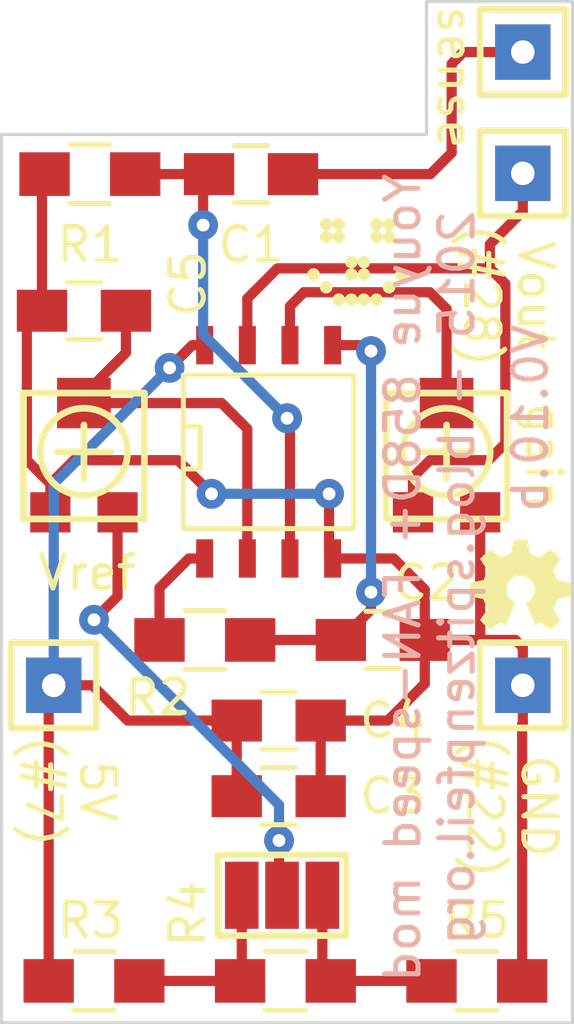
<source format=kicad_pcb>
(kicad_pcb (version 4) (host pcbnew "(2015-10-08 BZR 6256, Git 7d5cb75)-product")

  (general
    (links 29)
    (no_connects 0)
    (area 172.460267 21.6536 197.109734 56.5314)
    (thickness 1.6)
    (drawings 14)
    (tracks 104)
    (zones 0)
    (modules 20)
    (nets 13)
  )

  (page A4)
  (title_block
    (title "Youyue 858D+ FAN-speed mod")
    (date 2015-10-09)
    (rev 0.10.b)
    (company "2015 - blog.spitzenpfeil.org")
  )

  (layers
    (0 F.Cu mixed)
    (31 B.Cu mixed)
    (34 B.Paste user)
    (35 F.Paste user)
    (36 B.SilkS user)
    (37 F.SilkS user)
    (38 B.Mask user)
    (39 F.Mask user)
    (40 Dwgs.User user)
    (41 Cmts.User user)
    (44 Edge.Cuts user)
    (46 B.CrtYd user)
    (47 F.CrtYd user)
    (48 B.Fab user)
    (49 F.Fab user)
  )

  (setup
    (last_trace_width 0.3048)
    (trace_clearance 0.4064)
    (zone_clearance 0.508)
    (zone_45_only no)
    (trace_min 0.2032)
    (segment_width 0.2)
    (edge_width 0.1)
    (via_size 0.889)
    (via_drill 0.381)
    (via_min_size 0.3302)
    (via_min_drill 0.2032)
    (uvia_size 0.4064)
    (uvia_drill 0.2032)
    (uvias_allowed no)
    (uvia_min_size 0)
    (uvia_min_drill 0)
    (pcb_text_width 0.3)
    (pcb_text_size 1.5 1.5)
    (mod_edge_width 0.15)
    (mod_text_size 1 1)
    (mod_text_width 0.15)
    (pad_size 1.65 1.65)
    (pad_drill 0.7)
    (pad_to_mask_clearance 0.2)
    (aux_axis_origin 0 0)
    (visible_elements FFFFFF7F)
    (pcbplotparams
      (layerselection 0x010f0_80000001)
      (usegerberextensions true)
      (excludeedgelayer true)
      (linewidth 0.100000)
      (plotframeref false)
      (viasonmask false)
      (mode 1)
      (useauxorigin false)
      (hpglpennumber 1)
      (hpglpenspeed 20)
      (hpglpendiameter 15)
      (hpglpenoverlay 2)
      (psnegative false)
      (psa4output false)
      (plotreference true)
      (plotvalue true)
      (plotinvisibletext false)
      (padsonsilk false)
      (subtractmaskfromsilk true)
      (outputformat 1)
      (mirror false)
      (drillshape 0)
      (scaleselection 1)
      (outputdirectory gerber_files/))
  )

  (net 0 "")
  (net 1 /I_BLDC)
  (net 2 "Net-(C1-Pad2)")
  (net 3 "Net-(C2-Pad1)")
  (net 4 GND)
  (net 5 +5V)
  (net 6 /V_ref)
  (net 7 "Net-(JP1-Pad1)")
  (net 8 "Net-(JP1-Pad2)")
  (net 9 "Net-(JP1-Pad3)")
  (net 10 /V_out)
  (net 11 "Net-(R2-Pad2)")
  (net 12 "Net-(RV2-Pad2)")

  (net_class Default "This is the default net class."
    (clearance 0.4064)
    (trace_width 0.3048)
    (via_dia 0.889)
    (via_drill 0.381)
    (uvia_dia 0.4064)
    (uvia_drill 0.2032)
    (add_net +5V)
    (add_net /I_BLDC)
    (add_net /V_out)
    (add_net /V_ref)
    (add_net GND)
    (add_net "Net-(C1-Pad2)")
    (add_net "Net-(C2-Pad1)")
    (add_net "Net-(JP1-Pad1)")
    (add_net "Net-(JP1-Pad2)")
    (add_net "Net-(JP1-Pad3)")
    (add_net "Net-(R2-Pad2)")
    (add_net "Net-(RV2-Pad2)")
  )

  (module Capacitors_SMD:C_0805_HandSoldering (layer F.Cu) (tedit 56180396) (tstamp 561813B1)
    (at 183.676174 29.233456 180)
    (descr "Capacitor SMD 0805, hand soldering")
    (tags "capacitor 0805")
    (path /5617FA72)
    (attr smd)
    (fp_text reference C1 (at 0 -2.1 180) (layer F.SilkS)
      (effects (font (size 1 1) (thickness 0.15)))
    )
    (fp_text value 100n (at 0 2.1 180) (layer F.Fab) hide
      (effects (font (size 1 1) (thickness 0.15)))
    )
    (fp_line (start -2.3 -1) (end 2.3 -1) (layer F.CrtYd) (width 0.05))
    (fp_line (start -2.3 1) (end 2.3 1) (layer F.CrtYd) (width 0.05))
    (fp_line (start -2.3 -1) (end -2.3 1) (layer F.CrtYd) (width 0.05))
    (fp_line (start 2.3 -1) (end 2.3 1) (layer F.CrtYd) (width 0.05))
    (fp_line (start 0.5 -0.85) (end -0.5 -0.85) (layer F.SilkS) (width 0.15))
    (fp_line (start -0.5 0.85) (end 0.5 0.85) (layer F.SilkS) (width 0.15))
    (pad 1 smd rect (at -1.25 0 180) (size 1.5 1.25) (layers F.Cu F.Paste F.Mask)
      (net 1 /I_BLDC))
    (pad 2 smd rect (at 1.25 0 180) (size 1.5 1.25) (layers F.Cu F.Paste F.Mask)
      (net 2 "Net-(C1-Pad2)"))
    (model Capacitors_SMD.3dshapes/C_0805_HandSoldering.wrl
      (at (xyz 0 0 0))
      (scale (xyz 1 1 1))
      (rotate (xyz 0 0 0))
    )
  )

  (module Capacitors_SMD:C_0805_HandSoldering (layer F.Cu) (tedit 5618068A) (tstamp 561813B7)
    (at 187.6 43.1)
    (descr "Capacitor SMD 0805, hand soldering")
    (tags "capacitor 0805")
    (path /5617F9EF)
    (attr smd)
    (fp_text reference C2 (at 1.3 -1.7) (layer F.SilkS)
      (effects (font (size 1 1) (thickness 0.15)))
    )
    (fp_text value 1µ (at 0 2.1) (layer F.Fab) hide
      (effects (font (size 1 1) (thickness 0.15)))
    )
    (fp_line (start -2.3 -1) (end 2.3 -1) (layer F.CrtYd) (width 0.05))
    (fp_line (start -2.3 1) (end 2.3 1) (layer F.CrtYd) (width 0.05))
    (fp_line (start -2.3 -1) (end -2.3 1) (layer F.CrtYd) (width 0.05))
    (fp_line (start 2.3 -1) (end 2.3 1) (layer F.CrtYd) (width 0.05))
    (fp_line (start 0.5 -0.85) (end -0.5 -0.85) (layer F.SilkS) (width 0.15))
    (fp_line (start -0.5 0.85) (end 0.5 0.85) (layer F.SilkS) (width 0.15))
    (pad 1 smd rect (at -1.25 0) (size 1.5 1.25) (layers F.Cu F.Paste F.Mask)
      (net 3 "Net-(C2-Pad1)"))
    (pad 2 smd rect (at 1.25 0) (size 1.5 1.25) (layers F.Cu F.Paste F.Mask)
      (net 4 GND))
    (model Capacitors_SMD.3dshapes/C_0805_HandSoldering.wrl
      (at (xyz 0 0 0))
      (scale (xyz 1 1 1))
      (rotate (xyz 0 0 0))
    )
  )

  (module Capacitors_SMD:C_0805_HandSoldering (layer F.Cu) (tedit 561806CA) (tstamp 561813BD)
    (at 184.5 47.75)
    (descr "Capacitor SMD 0805, hand soldering")
    (tags "capacitor 0805")
    (path /56180447)
    (attr smd)
    (fp_text reference C3 (at 3.4 0) (layer F.SilkS)
      (effects (font (size 1 1) (thickness 0.15)))
    )
    (fp_text value 100n (at 0 2.1) (layer F.Fab) hide
      (effects (font (size 1 1) (thickness 0.15)))
    )
    (fp_line (start -2.3 -1) (end 2.3 -1) (layer F.CrtYd) (width 0.05))
    (fp_line (start -2.3 1) (end 2.3 1) (layer F.CrtYd) (width 0.05))
    (fp_line (start -2.3 -1) (end -2.3 1) (layer F.CrtYd) (width 0.05))
    (fp_line (start 2.3 -1) (end 2.3 1) (layer F.CrtYd) (width 0.05))
    (fp_line (start 0.5 -0.85) (end -0.5 -0.85) (layer F.SilkS) (width 0.15))
    (fp_line (start -0.5 0.85) (end 0.5 0.85) (layer F.SilkS) (width 0.15))
    (pad 1 smd rect (at -1.25 0) (size 1.5 1.25) (layers F.Cu F.Paste F.Mask)
      (net 5 +5V))
    (pad 2 smd rect (at 1.25 0) (size 1.5 1.25) (layers F.Cu F.Paste F.Mask)
      (net 4 GND))
    (model Capacitors_SMD.3dshapes/C_0805_HandSoldering.wrl
      (at (xyz 0 0 0))
      (scale (xyz 1 1 1))
      (rotate (xyz 0 0 0))
    )
  )

  (module Capacitors_SMD:C_0805_HandSoldering (layer F.Cu) (tedit 561806CC) (tstamp 561813C3)
    (at 184.5 45.5)
    (descr "Capacitor SMD 0805, hand soldering")
    (tags "capacitor 0805")
    (path /56180666)
    (attr smd)
    (fp_text reference C4 (at 3.4 0) (layer F.SilkS)
      (effects (font (size 1 1) (thickness 0.15)))
    )
    (fp_text value 1µ (at 0 2.1) (layer F.Fab) hide
      (effects (font (size 1 1) (thickness 0.15)))
    )
    (fp_line (start -2.3 -1) (end 2.3 -1) (layer F.CrtYd) (width 0.05))
    (fp_line (start -2.3 1) (end 2.3 1) (layer F.CrtYd) (width 0.05))
    (fp_line (start -2.3 -1) (end -2.3 1) (layer F.CrtYd) (width 0.05))
    (fp_line (start 2.3 -1) (end 2.3 1) (layer F.CrtYd) (width 0.05))
    (fp_line (start 0.5 -0.85) (end -0.5 -0.85) (layer F.SilkS) (width 0.15))
    (fp_line (start -0.5 0.85) (end 0.5 0.85) (layer F.SilkS) (width 0.15))
    (pad 1 smd rect (at -1.25 0) (size 1.5 1.25) (layers F.Cu F.Paste F.Mask)
      (net 5 +5V))
    (pad 2 smd rect (at 1.25 0) (size 1.5 1.25) (layers F.Cu F.Paste F.Mask)
      (net 4 GND))
    (model Capacitors_SMD.3dshapes/C_0805_HandSoldering.wrl
      (at (xyz 0 0 0))
      (scale (xyz 1 1 1))
      (rotate (xyz 0 0 0))
    )
  )

  (module Capacitors_SMD:C_0805_HandSoldering (layer F.Cu) (tedit 56180652) (tstamp 561813C9)
    (at 178.7 33.3 180)
    (descr "Capacitor SMD 0805, hand soldering")
    (tags "capacitor 0805")
    (path /5618A672)
    (attr smd)
    (fp_text reference C5 (at -3.1 0.8 270) (layer F.SilkS)
      (effects (font (size 1 1) (thickness 0.15)))
    )
    (fp_text value 1µ (at 0 2.1 180) (layer F.Fab) hide
      (effects (font (size 1 1) (thickness 0.15)))
    )
    (fp_line (start -2.3 -1) (end 2.3 -1) (layer F.CrtYd) (width 0.05))
    (fp_line (start -2.3 1) (end 2.3 1) (layer F.CrtYd) (width 0.05))
    (fp_line (start -2.3 -1) (end -2.3 1) (layer F.CrtYd) (width 0.05))
    (fp_line (start 2.3 -1) (end 2.3 1) (layer F.CrtYd) (width 0.05))
    (fp_line (start 0.5 -0.85) (end -0.5 -0.85) (layer F.SilkS) (width 0.15))
    (fp_line (start -0.5 0.85) (end 0.5 0.85) (layer F.SilkS) (width 0.15))
    (pad 1 smd rect (at -1.25 0 180) (size 1.5 1.25) (layers F.Cu F.Paste F.Mask)
      (net 6 /V_ref))
    (pad 2 smd rect (at 1.25 0 180) (size 1.5 1.25) (layers F.Cu F.Paste F.Mask)
      (net 4 GND))
    (model Capacitors_SMD.3dshapes/C_0805_HandSoldering.wrl
      (at (xyz 0 0 0))
      (scale (xyz 1 1 1))
      (rotate (xyz 0 0 0))
    )
  )

  (module my_parts:SMD-solder-bridge-3pin (layer F.Cu) (tedit 56180570) (tstamp 561813D4)
    (at 184.6 50.7 180)
    (path /561814E4)
    (clearance 0.1016)
    (fp_text reference JP1 (at 0 -2.2 180) (layer F.SilkS) hide
      (effects (font (size 1 1) (thickness 0.2)))
    )
    (fp_text value SMD-JUMPER3 (at 0 2.3 180) (layer F.SilkS) hide
      (effects (font (size 1 1) (thickness 0.2)))
    )
    (fp_line (start -1.9 -1.2) (end 1.9 -1.2) (layer F.SilkS) (width 0.2))
    (fp_line (start 1.9 -1.2) (end 1.9 1.2) (layer F.SilkS) (width 0.2))
    (fp_line (start 1.9 1.2) (end -1.9 1.2) (layer F.SilkS) (width 0.2))
    (fp_line (start -1.9 1.2) (end -1.9 -1.2) (layer F.SilkS) (width 0.2))
    (pad 1 smd rect (at -1.2 0 180) (size 1 2) (layers F.Cu F.Mask)
      (net 7 "Net-(JP1-Pad1)"))
    (pad 2 smd rect (at 0 0 180) (size 1 2) (layers F.Cu F.Mask)
      (net 8 "Net-(JP1-Pad2)") (solder_mask_margin 0.3))
    (pad 3 smd rect (at 1.2 0 180) (size 1 2) (layers F.Cu F.Mask)
      (net 9 "Net-(JP1-Pad3)"))
  )

  (module SIL-Headers:SIL-1 (layer F.Cu) (tedit 56180335) (tstamp 561813DD)
    (at 191.77 25.6)
    (tags "CONN DEV")
    (path /561888B7)
    (fp_text reference P1 (at 0 -2.54) (layer F.SilkS) hide
      (effects (font (size 1 1) (thickness 0.2)))
    )
    (fp_text value CONN_01X01 (at 0 2.54) (layer F.SilkS) hide
      (effects (font (size 1 1) (thickness 0.2)))
    )
    (fp_line (start -1.27 1.27) (end 1.27 1.27) (layer F.SilkS) (width 0.2))
    (fp_line (start -1.27 -1.27) (end 1.27 -1.27) (layer F.SilkS) (width 0.2))
    (fp_line (start 1.27 -1.27) (end 1.27 1.27) (layer F.SilkS) (width 0.2))
    (fp_line (start -1.27 1.27) (end -1.27 -1.27) (layer F.SilkS) (width 0.2))
    (pad 1 thru_hole rect (at 0 0) (size 1.65 1.65) (drill 0.7) (layers *.Cu *.Mask)
      (net 1 /I_BLDC))
  )

  (module SIL-Headers:SIL-1 (layer F.Cu) (tedit 56180973) (tstamp 561813E6)
    (at 191.77 29.21)
    (tags "CONN DEV")
    (path /56188E21)
    (fp_text reference P2 (at 0 -2.54) (layer F.SilkS) hide
      (effects (font (size 1 1) (thickness 0.2)))
    )
    (fp_text value CONN_01X01 (at 0 2.54) (layer F.SilkS) hide
      (effects (font (size 1 1) (thickness 0.2)))
    )
    (fp_line (start -1.27 1.27) (end 1.27 1.27) (layer F.SilkS) (width 0.2))
    (fp_line (start -1.27 -1.27) (end 1.27 -1.27) (layer F.SilkS) (width 0.2))
    (fp_line (start 1.27 -1.27) (end 1.27 1.27) (layer F.SilkS) (width 0.2))
    (fp_line (start -1.27 1.27) (end -1.27 -1.27) (layer F.SilkS) (width 0.2))
    (pad 1 thru_hole rect (at 0 0) (size 1.65 1.65) (drill 0.7) (layers *.Cu *.Mask)
      (net 10 /V_out))
  )

  (module SIL-Headers:SIL-1 (layer F.Cu) (tedit 561801F1) (tstamp 561813EF)
    (at 177.8 44.45)
    (tags "CONN DEV")
    (path /56189A4A)
    (fp_text reference P3 (at 0 -2.54) (layer F.SilkS) hide
      (effects (font (size 1 1) (thickness 0.2)))
    )
    (fp_text value CONN_01X01 (at 0 2.54) (layer F.SilkS) hide
      (effects (font (size 1 1) (thickness 0.2)))
    )
    (fp_line (start -1.27 1.27) (end 1.27 1.27) (layer F.SilkS) (width 0.2))
    (fp_line (start -1.27 -1.27) (end 1.27 -1.27) (layer F.SilkS) (width 0.2))
    (fp_line (start 1.27 -1.27) (end 1.27 1.27) (layer F.SilkS) (width 0.2))
    (fp_line (start -1.27 1.27) (end -1.27 -1.27) (layer F.SilkS) (width 0.2))
    (pad 1 thru_hole rect (at 0 0) (size 1.65 1.65) (drill 0.7) (layers *.Cu *.Mask)
      (net 5 +5V))
  )

  (module SIL-Headers:SIL-1 (layer F.Cu) (tedit 561801F5) (tstamp 561813F8)
    (at 191.77 44.45)
    (tags "CONN DEV")
    (path /56189A9F)
    (fp_text reference P4 (at 0 -2.54) (layer F.SilkS) hide
      (effects (font (size 1 1) (thickness 0.2)))
    )
    (fp_text value CONN_01X01 (at 0 2.54) (layer F.SilkS) hide
      (effects (font (size 1 1) (thickness 0.2)))
    )
    (fp_line (start -1.27 1.27) (end 1.27 1.27) (layer F.SilkS) (width 0.2))
    (fp_line (start -1.27 -1.27) (end 1.27 -1.27) (layer F.SilkS) (width 0.2))
    (fp_line (start 1.27 -1.27) (end 1.27 1.27) (layer F.SilkS) (width 0.2))
    (fp_line (start -1.27 1.27) (end -1.27 -1.27) (layer F.SilkS) (width 0.2))
    (pad 1 thru_hole rect (at 0 0) (size 1.65 1.65) (drill 0.7) (layers *.Cu *.Mask)
      (net 4 GND))
  )

  (module Resistors_SMD:R_0805_HandSoldering (layer F.Cu) (tedit 5618039F) (tstamp 561813FE)
    (at 178.876174 29.233456 180)
    (descr "Resistor SMD 0805, hand soldering")
    (tags "resistor 0805")
    (path /5617FACF)
    (attr smd)
    (fp_text reference R1 (at 0 -2.1 180) (layer F.SilkS)
      (effects (font (size 1 1) (thickness 0.15)))
    )
    (fp_text value 1M (at 0 2.1 180) (layer F.Fab) hide
      (effects (font (size 1 1) (thickness 0.15)))
    )
    (fp_line (start -2.4 -1) (end 2.4 -1) (layer F.CrtYd) (width 0.05))
    (fp_line (start -2.4 1) (end 2.4 1) (layer F.CrtYd) (width 0.05))
    (fp_line (start -2.4 -1) (end -2.4 1) (layer F.CrtYd) (width 0.05))
    (fp_line (start 2.4 -1) (end 2.4 1) (layer F.CrtYd) (width 0.05))
    (fp_line (start 0.6 0.875) (end -0.6 0.875) (layer F.SilkS) (width 0.15))
    (fp_line (start -0.6 -0.875) (end 0.6 -0.875) (layer F.SilkS) (width 0.15))
    (pad 1 smd rect (at -1.35 0 180) (size 1.5 1.3) (layers F.Cu F.Paste F.Mask)
      (net 2 "Net-(C1-Pad2)"))
    (pad 2 smd rect (at 1.35 0 180) (size 1.5 1.3) (layers F.Cu F.Paste F.Mask)
      (net 4 GND))
    (model Resistors_SMD.3dshapes/R_0805_HandSoldering.wrl
      (at (xyz 0 0 0))
      (scale (xyz 1 1 1))
      (rotate (xyz 0 0 0))
    )
  )

  (module Resistors_SMD:R_0805_HandSoldering (layer F.Cu) (tedit 561805F9) (tstamp 56181404)
    (at 182.3 43.1 180)
    (descr "Resistor SMD 0805, hand soldering")
    (tags "resistor 0805")
    (path /5617FB3A)
    (attr smd)
    (fp_text reference R2 (at 1.4 -1.7 180) (layer F.SilkS)
      (effects (font (size 1 1) (thickness 0.15)))
    )
    (fp_text value 100k (at 0 2.1 180) (layer F.Fab) hide
      (effects (font (size 1 1) (thickness 0.15)))
    )
    (fp_line (start -2.4 -1) (end 2.4 -1) (layer F.CrtYd) (width 0.05))
    (fp_line (start -2.4 1) (end 2.4 1) (layer F.CrtYd) (width 0.05))
    (fp_line (start -2.4 -1) (end -2.4 1) (layer F.CrtYd) (width 0.05))
    (fp_line (start 2.4 -1) (end 2.4 1) (layer F.CrtYd) (width 0.05))
    (fp_line (start 0.6 0.875) (end -0.6 0.875) (layer F.SilkS) (width 0.15))
    (fp_line (start -0.6 -0.875) (end 0.6 -0.875) (layer F.SilkS) (width 0.15))
    (pad 1 smd rect (at -1.35 0 180) (size 1.5 1.3) (layers F.Cu F.Paste F.Mask)
      (net 3 "Net-(C2-Pad1)"))
    (pad 2 smd rect (at 1.35 0 180) (size 1.5 1.3) (layers F.Cu F.Paste F.Mask)
      (net 11 "Net-(R2-Pad2)"))
    (model Resistors_SMD.3dshapes/R_0805_HandSoldering.wrl
      (at (xyz 0 0 0))
      (scale (xyz 1 1 1))
      (rotate (xyz 0 0 0))
    )
  )

  (module Resistors_SMD:R_0805_HandSoldering (layer F.Cu) (tedit 56180535) (tstamp 5618140A)
    (at 179 53.25)
    (descr "Resistor SMD 0805, hand soldering")
    (tags "resistor 0805")
    (path /5617FB8B)
    (attr smd)
    (fp_text reference R3 (at -0.1 -1.8) (layer F.SilkS)
      (effects (font (size 1 1) (thickness 0.15)))
    )
    (fp_text value 10k (at 0 2.1) (layer F.Fab) hide
      (effects (font (size 1 1) (thickness 0.15)))
    )
    (fp_line (start -2.4 -1) (end 2.4 -1) (layer F.CrtYd) (width 0.05))
    (fp_line (start -2.4 1) (end 2.4 1) (layer F.CrtYd) (width 0.05))
    (fp_line (start -2.4 -1) (end -2.4 1) (layer F.CrtYd) (width 0.05))
    (fp_line (start 2.4 -1) (end 2.4 1) (layer F.CrtYd) (width 0.05))
    (fp_line (start 0.6 0.875) (end -0.6 0.875) (layer F.SilkS) (width 0.15))
    (fp_line (start -0.6 -0.875) (end 0.6 -0.875) (layer F.SilkS) (width 0.15))
    (pad 1 smd rect (at -1.35 0) (size 1.5 1.3) (layers F.Cu F.Paste F.Mask)
      (net 5 +5V))
    (pad 2 smd rect (at 1.35 0) (size 1.5 1.3) (layers F.Cu F.Paste F.Mask)
      (net 9 "Net-(JP1-Pad3)"))
    (model Resistors_SMD.3dshapes/R_0805_HandSoldering.wrl
      (at (xyz 0 0 0))
      (scale (xyz 1 1 1))
      (rotate (xyz 0 0 0))
    )
  )

  (module Resistors_SMD:R_0805_HandSoldering (layer F.Cu) (tedit 5618054F) (tstamp 56181410)
    (at 184.7 53.25)
    (descr "Resistor SMD 0805, hand soldering")
    (tags "resistor 0805")
    (path /56180F25)
    (attr smd)
    (fp_text reference R4 (at -2.9 -2 90) (layer F.SilkS)
      (effects (font (size 1 1) (thickness 0.15)))
    )
    (fp_text value 390R (at 0 2.1) (layer F.Fab) hide
      (effects (font (size 1 1) (thickness 0.15)))
    )
    (fp_line (start -2.4 -1) (end 2.4 -1) (layer F.CrtYd) (width 0.05))
    (fp_line (start -2.4 1) (end 2.4 1) (layer F.CrtYd) (width 0.05))
    (fp_line (start -2.4 -1) (end -2.4 1) (layer F.CrtYd) (width 0.05))
    (fp_line (start 2.4 -1) (end 2.4 1) (layer F.CrtYd) (width 0.05))
    (fp_line (start 0.6 0.875) (end -0.6 0.875) (layer F.SilkS) (width 0.15))
    (fp_line (start -0.6 -0.875) (end 0.6 -0.875) (layer F.SilkS) (width 0.15))
    (pad 1 smd rect (at -1.35 0) (size 1.5 1.3) (layers F.Cu F.Paste F.Mask)
      (net 9 "Net-(JP1-Pad3)"))
    (pad 2 smd rect (at 1.35 0) (size 1.5 1.3) (layers F.Cu F.Paste F.Mask)
      (net 7 "Net-(JP1-Pad1)"))
    (model Resistors_SMD.3dshapes/R_0805_HandSoldering.wrl
      (at (xyz 0 0 0))
      (scale (xyz 1 1 1))
      (rotate (xyz 0 0 0))
    )
  )

  (module Resistors_SMD:R_0805_HandSoldering (layer F.Cu) (tedit 56180551) (tstamp 56181416)
    (at 190.4 53.25)
    (descr "Resistor SMD 0805, hand soldering")
    (tags "resistor 0805")
    (path /5617FBBC)
    (attr smd)
    (fp_text reference R5 (at 0 -1.8) (layer F.SilkS)
      (effects (font (size 1 1) (thickness 0.15)))
    )
    (fp_text value 390R (at 0 2.1) (layer F.Fab) hide
      (effects (font (size 1 1) (thickness 0.15)))
    )
    (fp_line (start -2.4 -1) (end 2.4 -1) (layer F.CrtYd) (width 0.05))
    (fp_line (start -2.4 1) (end 2.4 1) (layer F.CrtYd) (width 0.05))
    (fp_line (start -2.4 -1) (end -2.4 1) (layer F.CrtYd) (width 0.05))
    (fp_line (start 2.4 -1) (end 2.4 1) (layer F.CrtYd) (width 0.05))
    (fp_line (start 0.6 0.875) (end -0.6 0.875) (layer F.SilkS) (width 0.15))
    (fp_line (start -0.6 -0.875) (end 0.6 -0.875) (layer F.SilkS) (width 0.15))
    (pad 1 smd rect (at -1.35 0) (size 1.5 1.3) (layers F.Cu F.Paste F.Mask)
      (net 7 "Net-(JP1-Pad1)"))
    (pad 2 smd rect (at 1.35 0) (size 1.5 1.3) (layers F.Cu F.Paste F.Mask)
      (net 4 GND))
    (model Resistors_SMD.3dshapes/R_0805_HandSoldering.wrl
      (at (xyz 0 0 0))
      (scale (xyz 1 1 1))
      (rotate (xyz 0 0 0))
    )
  )

  (module my_parts:MADW__TC33X-POT (layer F.Cu) (tedit 56180597) (tstamp 56181425)
    (at 178.7 37.5)
    (path /5617F91A)
    (fp_text reference RV1 (at -0.01 -3.44) (layer F.SilkS) hide
      (effects (font (size 1 1) (thickness 0.2)))
    )
    (fp_text value 4k7 (at 0 3.85064) (layer F.SilkS) hide
      (effects (font (size 1 1) (thickness 0.2)))
    )
    (fp_line (start -0.8001 0) (end 0.8001 0) (layer F.SilkS) (width 0.2))
    (fp_line (start 0 -0.8001) (end 0 0.8001) (layer F.SilkS) (width 0.2))
    (fp_circle (center 0 0) (end 1.15062 0.59944) (layer F.SilkS) (width 0.2))
    (fp_line (start 0 -1.75006) (end 1.80086 -1.75006) (layer F.SilkS) (width 0.2))
    (fp_line (start 1.80086 -1.75006) (end 1.80086 1.99898) (layer F.SilkS) (width 0.2))
    (fp_line (start 1.80086 1.99898) (end -1.80086 1.99898) (layer F.SilkS) (width 0.2))
    (fp_line (start -1.80086 1.99898) (end -1.80086 -1.75006) (layer F.SilkS) (width 0.2))
    (fp_line (start -1.80086 -1.75006) (end 0 -1.75006) (layer F.SilkS) (width 0.2))
    (pad 1 smd rect (at -1.00076 1.80086) (size 1.19888 1.19888) (layers F.Cu F.Paste F.Mask)
      (net 4 GND))
    (pad 3 smd rect (at 1.00076 1.80086) (size 1.19888 1.19888) (layers F.Cu F.Paste F.Mask)
      (net 8 "Net-(JP1-Pad2)"))
    (pad 2 smd rect (at 0 -1.45034) (size 1.6002 1.50114) (layers F.Cu F.Paste F.Mask)
      (net 6 /V_ref))
  )

  (module SMD_Packages:SOIC-8-N (layer F.Cu) (tedit 561803B9) (tstamp 5618143F)
    (at 184.2 37.5)
    (descr "Module Narrow CMS SOJ 8 pins large")
    (tags "CMS SOJ")
    (path /5617F62A)
    (attr smd)
    (fp_text reference U1 (at 0 -1.27) (layer F.SilkS) hide
      (effects (font (size 1 1) (thickness 0.15)))
    )
    (fp_text value LM2904 (at 0 1.27) (layer F.Fab) hide
      (effects (font (size 1 1) (thickness 0.15)))
    )
    (fp_line (start -2.54 -2.286) (end 2.54 -2.286) (layer F.SilkS) (width 0.15))
    (fp_line (start 2.54 -2.286) (end 2.54 2.286) (layer F.SilkS) (width 0.15))
    (fp_line (start 2.54 2.286) (end -2.54 2.286) (layer F.SilkS) (width 0.15))
    (fp_line (start -2.54 2.286) (end -2.54 -2.286) (layer F.SilkS) (width 0.15))
    (fp_line (start -2.54 -0.762) (end -2.032 -0.762) (layer F.SilkS) (width 0.15))
    (fp_line (start -2.032 -0.762) (end -2.032 0.508) (layer F.SilkS) (width 0.15))
    (fp_line (start -2.032 0.508) (end -2.54 0.508) (layer F.SilkS) (width 0.15))
    (pad 8 smd rect (at -1.905 -3.175) (size 0.508 1.143) (layers F.Cu F.Paste F.Mask)
      (net 5 +5V))
    (pad 7 smd rect (at -0.635 -3.175) (size 0.508 1.143) (layers F.Cu F.Paste F.Mask)
      (net 10 /V_out))
    (pad 6 smd rect (at 0.635 -3.175) (size 0.508 1.143) (layers F.Cu F.Paste F.Mask)
      (net 12 "Net-(RV2-Pad2)"))
    (pad 5 smd rect (at 1.905 -3.175) (size 0.508 1.143) (layers F.Cu F.Paste F.Mask)
      (net 3 "Net-(C2-Pad1)"))
    (pad 4 smd rect (at 1.905 3.175) (size 0.508 1.143) (layers F.Cu F.Paste F.Mask)
      (net 4 GND))
    (pad 3 smd rect (at 0.635 3.175) (size 0.508 1.143) (layers F.Cu F.Paste F.Mask)
      (net 2 "Net-(C1-Pad2)"))
    (pad 2 smd rect (at -0.635 3.175) (size 0.508 1.143) (layers F.Cu F.Paste F.Mask)
      (net 6 /V_ref))
    (pad 1 smd rect (at -1.905 3.175) (size 0.508 1.143) (layers F.Cu F.Paste F.Mask)
      (net 11 "Net-(R2-Pad2)"))
    (model SMD_Packages.3dshapes/SOIC-8-N.wrl
      (at (xyz 0 0 0))
      (scale (xyz 0.5 0.38 0.5))
      (rotate (xyz 0 0 0))
    )
  )

  (module my_parts:MADW__TC33X-POT (layer F.Cu) (tedit 56180595) (tstamp 56181433)
    (at 189.5 37.5)
    (path /5617F887)
    (fp_text reference RV2 (at -0.01 -3.44) (layer F.SilkS) hide
      (effects (font (size 1 1) (thickness 0.2)))
    )
    (fp_text value 4k7 (at 0 3.85064) (layer F.SilkS) hide
      (effects (font (size 1 1) (thickness 0.2)))
    )
    (fp_line (start -0.8001 0) (end 0.8001 0) (layer F.SilkS) (width 0.2))
    (fp_line (start 0 -0.8001) (end 0 0.8001) (layer F.SilkS) (width 0.2))
    (fp_circle (center 0 0) (end 1.15062 0.59944) (layer F.SilkS) (width 0.2))
    (fp_line (start 0 -1.75006) (end 1.80086 -1.75006) (layer F.SilkS) (width 0.2))
    (fp_line (start 1.80086 -1.75006) (end 1.80086 1.99898) (layer F.SilkS) (width 0.2))
    (fp_line (start 1.80086 1.99898) (end -1.80086 1.99898) (layer F.SilkS) (width 0.2))
    (fp_line (start -1.80086 1.99898) (end -1.80086 -1.75006) (layer F.SilkS) (width 0.2))
    (fp_line (start -1.80086 -1.75006) (end 0 -1.75006) (layer F.SilkS) (width 0.2))
    (pad 1 smd rect (at -1.00076 1.80086) (size 1.19888 1.19888) (layers F.Cu F.Paste F.Mask)
      (net 10 /V_out))
    (pad 3 smd rect (at 1.00076 1.80086) (size 1.19888 1.19888) (layers F.Cu F.Paste F.Mask)
      (net 4 GND))
    (pad 2 smd rect (at 0 -1.45034) (size 1.6002 1.50114) (layers F.Cu F.Paste F.Mask)
      (net 12 "Net-(RV2-Pad2)"))
  )

  (module led-smile:LED_smile_silkscreen_3mm (layer F.Cu) (tedit 0) (tstamp 5618312B)
    (at 186.85 31.85)
    (fp_text reference G*** (at 0 1.7272) (layer F.SilkS) hide
      (effects (font (size 0.0381 0.0381) (thickness 0.00762)))
    )
    (fp_text value LED_smile_silkscreen_3mm (at 0 -1.7272) (layer F.SilkS) hide
      (effects (font (size 0.0381 0.0381) (thickness 0.00762)))
    )
    (fp_poly (pts (xy 0.56642 1.31064) (xy 0.60452 1.30556) (xy 0.63754 1.2954) (xy 0.65278 1.28778)
      (xy 0.6858 1.26492) (xy 0.7112 1.23698) (xy 0.72898 1.2065) (xy 0.74168 1.17094)
      (xy 0.7493 1.13538) (xy 0.74676 1.09728) (xy 0.73914 1.06172) (xy 0.72136 1.02616)
      (xy 0.7112 1.01092) (xy 0.69596 0.99314) (xy 0.67818 0.9779) (xy 0.66294 0.9652)
      (xy 0.65786 0.96266) (xy 0.62484 0.94742) (xy 0.59182 0.9398) (xy 0.55372 0.93726)
      (xy 0.54102 0.93726) (xy 0.5207 0.9398) (xy 0.50292 0.94488) (xy 0.4826 0.95504)
      (xy 0.45974 0.9652) (xy 0.42926 0.9906) (xy 0.4064 1.02108) (xy 0.38608 1.0541)
      (xy 0.381 1.06934) (xy 0.37592 1.08966) (xy 0.37338 1.10236) (xy 0.37338 1.1049)
      (xy 0.37338 1.1049) (xy 0.37338 1.09728) (xy 0.37338 1.09728) (xy 0.36576 1.07188)
      (xy 0.35814 1.04902) (xy 0.34544 1.02616) (xy 0.32512 0.99822) (xy 0.29718 0.97282)
      (xy 0.26416 0.9525) (xy 0.22606 0.9398) (xy 0.18796 0.93726) (xy 0.1778 0.93726)
      (xy 0.14732 0.9398) (xy 0.11938 0.94742) (xy 0.1143 0.94996) (xy 0.08128 0.96774)
      (xy 0.05334 0.9906) (xy 0.03048 1.02108) (xy 0.0127 1.05156) (xy 0.00254 1.08458)
      (xy 0.00254 1.08712) (xy 0 1.09474) (xy 0 1.09982) (xy 0 1.09982)
      (xy 0 1.09474) (xy -0.00254 1.08458) (xy -0.00254 1.08204) (xy -0.01524 1.04902)
      (xy -0.03302 1.016) (xy -0.05588 0.98806) (xy -0.07874 0.97028) (xy -0.11176 0.9525)
      (xy -0.14732 0.9398) (xy -0.18796 0.93726) (xy -0.2159 0.9398) (xy -0.25146 0.94742)
      (xy -0.28702 0.9652) (xy -0.3175 0.98806) (xy -0.34036 1.01854) (xy -0.34544 1.02362)
      (xy -0.35306 1.03632) (xy -0.35814 1.04902) (xy -0.36068 1.05664) (xy -0.3683 1.07442)
      (xy -0.37084 1.08966) (xy -0.37338 1.10236) (xy -0.37338 1.1049) (xy -0.37338 1.1049)
      (xy -0.37592 1.09728) (xy -0.37846 1.07696) (xy -0.38862 1.05156) (xy -0.39878 1.0287)
      (xy -0.42164 0.99822) (xy -0.45212 0.97282) (xy -0.48514 0.9525) (xy -0.5207 0.9398)
      (xy -0.5588 0.93726) (xy -0.59436 0.9398) (xy -0.63246 0.94996) (xy -0.66548 0.96774)
      (xy -0.69596 0.99314) (xy -0.7112 1.01092) (xy -0.7239 1.03124) (xy -0.7366 1.0541)
      (xy -0.74168 1.07442) (xy -0.7493 1.11252) (xy -0.74676 1.14808) (xy -0.73914 1.18364)
      (xy -0.7239 1.21666) (xy -0.70358 1.2446) (xy -0.67818 1.27) (xy -0.6477 1.29032)
      (xy -0.61468 1.30302) (xy -0.57658 1.31064) (xy -0.5715 1.31064) (xy -0.5334 1.31064)
      (xy -0.49784 1.30048) (xy -0.46482 1.28524) (xy -0.45212 1.27508) (xy -0.42672 1.25476)
      (xy -0.40386 1.22682) (xy -0.38862 1.19888) (xy -0.38608 1.18872) (xy -0.381 1.17348)
      (xy -0.37592 1.1557) (xy -0.37338 1.143) (xy -0.37338 1.13538) (xy -0.37338 1.143)
      (xy -0.37338 1.15062) (xy -0.3683 1.16586) (xy -0.36322 1.18618) (xy -0.35814 1.20142)
      (xy -0.34798 1.2192) (xy -0.32512 1.24968) (xy -0.29718 1.27508) (xy -0.26416 1.2954)
      (xy -0.22606 1.3081) (xy -0.22098 1.3081) (xy -0.19558 1.31064) (xy -0.16764 1.31064)
      (xy -0.14224 1.30556) (xy -0.11684 1.29794) (xy -0.08382 1.28016) (xy -0.0508 1.25476)
      (xy -0.0508 1.25222) (xy -0.02794 1.22682) (xy -0.0127 1.1938) (xy -0.00254 1.16332)
      (xy -0.00254 1.16078) (xy 0 1.15316) (xy 0 1.14808) (xy 0 1.15062)
      (xy 0.00254 1.15824) (xy 0.00254 1.16078) (xy 0.00762 1.1811) (xy 0.01524 1.20142)
      (xy 0.02794 1.22174) (xy 0.04318 1.2446) (xy 0.07112 1.27254) (xy 0.10414 1.29286)
      (xy 0.14224 1.30556) (xy 0.14732 1.3081) (xy 0.17272 1.31064) (xy 0.20066 1.31064)
      (xy 0.22606 1.3081) (xy 0.24638 1.30048) (xy 0.28194 1.28524) (xy 0.31242 1.26238)
      (xy 0.33782 1.23444) (xy 0.35814 1.20142) (xy 0.36068 1.19126) (xy 0.3683 1.17348)
      (xy 0.37084 1.1557) (xy 0.37338 1.143) (xy 0.37338 1.143) (xy 0.37338 1.143)
      (xy 0.37592 1.15062) (xy 0.37592 1.15062) (xy 0.381 1.17348) (xy 0.39116 1.19888)
      (xy 0.40132 1.22174) (xy 0.4064 1.22936) (xy 0.42926 1.2573) (xy 0.45974 1.28016)
      (xy 0.49276 1.29794) (xy 0.52832 1.3081) (xy 0.56642 1.31064)) (layer F.SilkS) (width 0.00254))
    (fp_poly (pts (xy -0.94742 0.93726) (xy -0.92456 0.93472) (xy -0.90424 0.93472) (xy -0.87884 0.9271)
      (xy -0.84328 0.91186) (xy -0.8128 0.889) (xy -0.7874 0.86106) (xy -0.76708 0.82804)
      (xy -0.75438 0.79248) (xy -0.7493 0.75438) (xy -0.75184 0.71628) (xy -0.762 0.68072)
      (xy -0.77724 0.6477) (xy -0.80264 0.61722) (xy -0.83312 0.59182) (xy -0.84074 0.58674)
      (xy -0.87884 0.5715) (xy -0.9144 0.56134) (xy -0.95504 0.56134) (xy -0.99314 0.56896)
      (xy -1.02362 0.58166) (xy -1.05664 0.60452) (xy -1.08204 0.63246) (xy -1.1049 0.66548)
      (xy -1.1176 0.70358) (xy -1.12268 0.72136) (xy -1.12268 0.74676) (xy -1.12268 0.76962)
      (xy -1.12014 0.78994) (xy -1.1176 0.79756) (xy -1.10236 0.83566) (xy -1.08204 0.86868)
      (xy -1.05156 0.89662) (xy -1.01854 0.91694) (xy -1.0033 0.92456) (xy -0.98044 0.93218)
      (xy -0.96012 0.93472) (xy -0.94742 0.93726)) (layer F.SilkS) (width 0.00254))
    (fp_poly (pts (xy 0.9398 0.93726) (xy 0.9779 0.93218) (xy 1.016 0.91948) (xy 1.05156 0.89662)
      (xy 1.05918 0.89154) (xy 1.08458 0.8636) (xy 1.1049 0.83058) (xy 1.1176 0.79502)
      (xy 1.12268 0.7747) (xy 1.12268 0.75184) (xy 1.12268 0.72644) (xy 1.12014 0.70866)
      (xy 1.1176 0.6985) (xy 1.10236 0.6604) (xy 1.08204 0.62992) (xy 1.0541 0.60198)
      (xy 1.02108 0.58166) (xy 0.98552 0.56896) (xy 0.94742 0.56134) (xy 0.93218 0.56134)
      (xy 0.89408 0.56642) (xy 0.85852 0.57658) (xy 0.82804 0.5969) (xy 0.8001 0.61976)
      (xy 0.77724 0.65024) (xy 0.762 0.68326) (xy 0.75184 0.71882) (xy 0.7493 0.75692)
      (xy 0.75184 0.77978) (xy 0.75692 0.8001) (xy 0.76454 0.82296) (xy 0.77978 0.8509)
      (xy 0.80264 0.88138) (xy 0.83312 0.90424) (xy 0.86614 0.92202) (xy 0.9017 0.93218)
      (xy 0.9398 0.93726)) (layer F.SilkS) (width 0.00254))
    (fp_poly (pts (xy -1.3208 0.56134) (xy -1.2954 0.56134) (xy -1.27254 0.55626) (xy -1.2446 0.54864)
      (xy -1.21158 0.53086) (xy -1.17856 0.50546) (xy -1.15824 0.4826) (xy -1.14046 0.44958)
      (xy -1.12776 0.41402) (xy -1.12522 0.39878) (xy -1.12522 0.37592) (xy -1.12522 0.35306)
      (xy -1.12776 0.33528) (xy -1.1303 0.32258) (xy -1.14554 0.28702) (xy -1.16586 0.254)
      (xy -1.1938 0.22606) (xy -1.22936 0.20574) (xy -1.24206 0.20066) (xy -1.26492 0.1905)
      (xy -1.29032 0.18796) (xy -1.31826 0.18796) (xy -1.33604 0.18796) (xy -1.35636 0.1905)
      (xy -1.37414 0.19558) (xy -1.39446 0.20574) (xy -1.40716 0.21336) (xy -1.43764 0.23622)
      (xy -1.46304 0.26416) (xy -1.48336 0.29972) (xy -1.49606 0.33782) (xy -1.49606 0.34544)
      (xy -1.4986 0.3683) (xy -1.4986 0.39116) (xy -1.49606 0.41148) (xy -1.49352 0.42418)
      (xy -1.47828 0.45974) (xy -1.45542 0.49276) (xy -1.43002 0.5207) (xy -1.39446 0.54102)
      (xy -1.3589 0.55626) (xy -1.3462 0.5588) (xy -1.3208 0.56134)) (layer F.SilkS) (width 0.00254))
    (fp_poly (pts (xy 0.18288 0.56134) (xy 0.21844 0.5588) (xy 0.254 0.54864) (xy 0.27686 0.53848)
      (xy 0.30734 0.51562) (xy 0.33528 0.48768) (xy 0.3556 0.45466) (xy 0.3683 0.4191)
      (xy 0.37084 0.41148) (xy 0.37338 0.381) (xy 0.37338 0.35306) (xy 0.36576 0.32004)
      (xy 0.35052 0.28194) (xy 0.32766 0.25146) (xy 0.29972 0.22606) (xy 0.2667 0.20574)
      (xy 0.2286 0.1905) (xy 0.20574 0.18542) (xy 0.21844 0.18288) (xy 0.22098 0.18288)
      (xy 0.24638 0.17526) (xy 0.27432 0.16256) (xy 0.30226 0.14732) (xy 0.3048 0.14224)
      (xy 0.33274 0.11684) (xy 0.35306 0.08382) (xy 0.36576 0.04826) (xy 0.37338 0.0127)
      (xy 0.37338 -0.02286) (xy 0.36322 -0.05842) (xy 0.34798 -0.09398) (xy 0.34798 -0.09652)
      (xy 0.32258 -0.127) (xy 0.29464 -0.1524) (xy 0.26416 -0.17018) (xy 0.2286 -0.18034)
      (xy 0.19304 -0.18542) (xy 0.15748 -0.18288) (xy 0.12192 -0.17526) (xy 0.0889 -0.15748)
      (xy 0.05588 -0.13462) (xy 0.04064 -0.11684) (xy 0.02286 -0.0889) (xy 0.00762 -0.06096)
      (xy 0.00254 -0.03302) (xy 0 -0.0254) (xy 0 -0.02286) (xy 0 -0.0254)
      (xy -0.00254 -0.03302) (xy -0.00762 -0.05842) (xy -0.02032 -0.08382) (xy -0.03556 -0.10922)
      (xy -0.04572 -0.12192) (xy -0.07366 -0.14732) (xy -0.10668 -0.16764) (xy -0.14224 -0.18034)
      (xy -0.18034 -0.18542) (xy -0.21844 -0.18288) (xy -0.2413 -0.1778) (xy -0.27686 -0.16256)
      (xy -0.30734 -0.14224) (xy -0.33528 -0.1143) (xy -0.3556 -0.08128) (xy -0.3683 -0.04318)
      (xy -0.37084 -0.0254) (xy -0.37338 0.0127) (xy -0.36576 0.04826) (xy -0.35306 0.08382)
      (xy -0.33274 0.11684) (xy -0.3048 0.14224) (xy -0.27178 0.1651) (xy -0.25654 0.17272)
      (xy -0.23876 0.1778) (xy -0.22352 0.18288) (xy -0.21082 0.18542) (xy -0.21082 0.18542)
      (xy -0.21082 0.18542) (xy -0.21844 0.18796) (xy -0.23622 0.19304) (xy -0.26162 0.2032)
      (xy -0.28448 0.21336) (xy -0.29464 0.22098) (xy -0.32004 0.24384) (xy -0.3429 0.26924)
      (xy -0.35814 0.29718) (xy -0.3683 0.3302) (xy -0.37338 0.36322) (xy -0.37338 0.39624)
      (xy -0.37084 0.40132) (xy -0.36068 0.44196) (xy -0.3429 0.47498) (xy -0.3175 0.50546)
      (xy -0.29718 0.52578) (xy -0.26416 0.5461) (xy -0.22606 0.55626) (xy -0.21336 0.5588)
      (xy -0.19304 0.56134) (xy -0.17018 0.5588) (xy -0.14986 0.5588) (xy -0.13462 0.55372)
      (xy -0.12192 0.55118) (xy -0.08636 0.5334) (xy -0.05588 0.508) (xy -0.03048 0.47752)
      (xy -0.02032 0.46228) (xy -0.01016 0.43688) (xy -0.00254 0.41148) (xy -0.00254 0.41148)
      (xy 0 0.40132) (xy 0 0.39878) (xy 0 0.39878) (xy 0 0.34798)
      (xy 0 0.34798) (xy 0 0.34544) (xy -0.00254 0.33528) (xy -0.00254 0.33274)
      (xy -0.01524 0.29972) (xy -0.03302 0.2667) (xy -0.05588 0.23876) (xy -0.08382 0.2159)
      (xy -0.11684 0.20066) (xy -0.11938 0.19812) (xy -0.13462 0.19304) (xy -0.14986 0.1905)
      (xy -0.16764 0.18542) (xy -0.1524 0.18288) (xy -0.12954 0.1778) (xy -0.09652 0.16256)
      (xy -0.06604 0.14224) (xy -0.0381 0.1143) (xy -0.01778 0.08382) (xy -0.0127 0.06858)
      (xy -0.00508 0.04826) (xy -0.00254 0.03302) (xy 0 0.0254) (xy 0 0.02286)
      (xy 0 0.0254) (xy 0.00254 0.03302) (xy 0.00508 0.04572) (xy 0.01016 0.06604)
      (xy 0.01778 0.08382) (xy 0.03048 0.10414) (xy 0.05588 0.13208) (xy 0.08382 0.15494)
      (xy 0.11684 0.17272) (xy 0.1524 0.18288) (xy 0.16764 0.18542) (xy 0.1524 0.1905)
      (xy 0.14986 0.1905) (xy 0.13208 0.19304) (xy 0.11684 0.20066) (xy 0.1143 0.20066)
      (xy 0.08128 0.21844) (xy 0.05334 0.2413) (xy 0.03048 0.26924) (xy 0.0127 0.30226)
      (xy 0.00254 0.33528) (xy 0.00254 0.33528) (xy 0 0.34544) (xy 0 0.34798)
      (xy 0 0.39878) (xy 0 0.39878) (xy 0 0.40386) (xy 0.00254 0.41148)
      (xy 0.01016 0.43688) (xy 0.0254 0.4699) (xy 0.04826 0.50038) (xy 0.0762 0.52578)
      (xy 0.10922 0.54356) (xy 0.10922 0.54356) (xy 0.14478 0.55626) (xy 0.18288 0.56134)) (layer F.SilkS) (width 0.00254))
    (fp_poly (pts (xy 1.29794 0.56134) (xy 1.32842 0.56134) (xy 1.35636 0.55626) (xy 1.37414 0.55118)
      (xy 1.4097 0.5334) (xy 1.44018 0.51054) (xy 1.46558 0.4826) (xy 1.48336 0.44958)
      (xy 1.49352 0.41402) (xy 1.4986 0.37338) (xy 1.4986 0.35814) (xy 1.49098 0.32004)
      (xy 1.47574 0.28448) (xy 1.45288 0.24892) (xy 1.44526 0.24384) (xy 1.41986 0.22098)
      (xy 1.38938 0.2032) (xy 1.35636 0.1905) (xy 1.35382 0.1905) (xy 1.32588 0.18796)
      (xy 1.2954 0.18796) (xy 1.26746 0.1905) (xy 1.2573 0.19304) (xy 1.22174 0.20828)
      (xy 1.19126 0.23114) (xy 1.16586 0.25654) (xy 1.14554 0.28702) (xy 1.1303 0.32004)
      (xy 1.12522 0.35814) (xy 1.12522 0.39624) (xy 1.13284 0.43434) (xy 1.14554 0.46228)
      (xy 1.1684 0.49276) (xy 1.19634 0.5207) (xy 1.22682 0.54102) (xy 1.26492 0.55626)
      (xy 1.26746 0.55626) (xy 1.29794 0.56134)) (layer F.SilkS) (width 0.00254))
    (fp_poly (pts (xy -0.55626 -0.56134) (xy -0.51816 -0.56642) (xy -0.4826 -0.57912) (xy -0.46482 -0.58674)
      (xy -0.44958 -0.59944) (xy -0.4318 -0.61468) (xy -0.41148 -0.635) (xy -0.39116 -0.66802)
      (xy -0.37846 -0.70358) (xy -0.37592 -0.71374) (xy -0.37338 -0.73914) (xy -0.37338 -0.76454)
      (xy -0.37846 -0.7874) (xy -0.38862 -0.82042) (xy -0.40386 -0.85344) (xy -0.42672 -0.88138)
      (xy -0.4318 -0.88392) (xy -0.44958 -0.89916) (xy -0.4699 -0.91186) (xy -0.48768 -0.92202)
      (xy -0.4953 -0.92456) (xy -0.51054 -0.92964) (xy -0.52578 -0.93218) (xy -0.53594 -0.93472)
      (xy -0.54356 -0.93472) (xy -0.53594 -0.93726) (xy -0.52578 -0.9398) (xy -0.51562 -0.94234)
      (xy -0.50038 -0.94488) (xy -0.47244 -0.96012) (xy -0.4445 -0.97536) (xy -0.42418 -0.99568)
      (xy -0.4191 -1.00076) (xy -0.39624 -1.03378) (xy -0.381 -1.06934) (xy -0.37338 -1.1049)
      (xy -0.37338 -1.143) (xy -0.37592 -1.15316) (xy -0.38608 -1.19126) (xy -0.40386 -1.22428)
      (xy -0.42926 -1.2573) (xy -0.45212 -1.27508) (xy -0.48514 -1.2954) (xy -0.5207 -1.3081)
      (xy -0.52832 -1.3081) (xy -0.55372 -1.31064) (xy -0.57912 -1.31064) (xy -0.60452 -1.30556)
      (xy -0.62484 -1.30048) (xy -0.6604 -1.2827) (xy -0.69088 -1.25984) (xy -0.71374 -1.2319)
      (xy -0.73406 -1.19888) (xy -0.74422 -1.16332) (xy -0.74676 -1.15824) (xy -0.7493 -1.15062)
      (xy -0.7493 -1.14554) (xy -0.75184 -1.15062) (xy -0.75184 -1.15824) (xy -0.75438 -1.17348)
      (xy -0.762 -1.19126) (xy -0.76708 -1.2065) (xy -0.7747 -1.21666) (xy -0.79756 -1.24968)
      (xy -0.8255 -1.27508) (xy -0.85852 -1.2954) (xy -0.89408 -1.30556) (xy -0.93472 -1.31064)
      (xy -0.9652 -1.3081) (xy -1.00076 -1.30048) (xy -1.03378 -1.2827) (xy -1.0541 -1.27)
      (xy -1.08204 -1.24206) (xy -1.10236 -1.21158) (xy -1.1176 -1.17602) (xy -1.12268 -1.14046)
      (xy -1.12268 -1.10236) (xy -1.11506 -1.0668) (xy -1.09982 -1.03124) (xy -1.07696 -1.00076)
      (xy -1.04902 -0.97282) (xy -1.01346 -0.9525) (xy -0.97536 -0.9398) (xy -0.95504 -0.93472)
      (xy -0.96774 -0.93472) (xy -0.97536 -0.93218) (xy -1.00584 -0.92456) (xy -1.03378 -0.90932)
      (xy -1.06172 -0.889) (xy -1.08458 -0.86614) (xy -1.09728 -0.84582) (xy -1.10998 -0.82042)
      (xy -1.1176 -0.79502) (xy -1.12268 -0.7747) (xy -1.12268 -0.75184) (xy -1.12268 -0.72644)
      (xy -1.12014 -0.70866) (xy -1.11252 -0.6858) (xy -1.09474 -0.65024) (xy -1.07188 -0.61976)
      (xy -1.0414 -0.59436) (xy -1.00838 -0.57404) (xy -0.96774 -0.56388) (xy -0.95758 -0.56134)
      (xy -0.93472 -0.56134) (xy -0.91186 -0.56388) (xy -0.889 -0.56642) (xy -0.87376 -0.5715)
      (xy -0.8382 -0.58928) (xy -0.80772 -0.61214) (xy -0.78232 -0.64008) (xy -0.76454 -0.6731)
      (xy -0.75184 -0.7112) (xy -0.75184 -0.71374) (xy -0.7493 -0.7239) (xy -0.7493 -0.72136)
      (xy -0.7493 -0.7747) (xy -0.7493 -0.7747) (xy -0.75184 -0.78232) (xy -0.75184 -0.78486)
      (xy -0.75946 -0.81026) (xy -0.76962 -0.83566) (xy -0.78486 -0.86106) (xy -0.79756 -0.87376)
      (xy -0.8255 -0.9017) (xy -0.86106 -0.91948) (xy -0.89916 -0.93218) (xy -0.91694 -0.93726)
      (xy -0.90424 -0.9398) (xy -0.89154 -0.94234) (xy -0.88138 -0.94488) (xy -0.87376 -0.94742)
      (xy -0.8382 -0.96266) (xy -0.80772 -0.98806) (xy -0.78232 -1.016) (xy -0.76454 -1.04902)
      (xy -0.75184 -1.08458) (xy -0.75184 -1.0922) (xy -0.7493 -1.09728) (xy -0.74676 -1.09474)
      (xy -0.74422 -1.08458) (xy -0.74422 -1.08204) (xy -0.73914 -1.06172) (xy -0.72898 -1.0414)
      (xy -0.71882 -1.02108) (xy -0.70866 -1.00838) (xy -0.69088 -0.9906) (xy -0.6731 -0.97282)
      (xy -0.65532 -0.96012) (xy -0.65278 -0.96012) (xy -0.62484 -0.94742) (xy -0.59436 -0.9398)
      (xy -0.58166 -0.93726) (xy -0.5969 -0.93218) (xy -0.62992 -0.92456) (xy -0.66294 -0.90678)
      (xy -0.69342 -0.88392) (xy -0.71628 -0.85598) (xy -0.72136 -0.84582) (xy -0.73152 -0.82804)
      (xy -0.73914 -0.80772) (xy -0.74422 -0.78994) (xy -0.74676 -0.77724) (xy -0.74676 -0.77724)
      (xy -0.7493 -0.7747) (xy -0.7493 -0.72136) (xy -0.74676 -0.72136) (xy -0.74676 -0.71374)
      (xy -0.74422 -0.70358) (xy -0.73914 -0.69088) (xy -0.73152 -0.6731) (xy -0.71374 -0.64008)
      (xy -0.68834 -0.61214) (xy -0.6604 -0.58928) (xy -0.62738 -0.57404) (xy -0.59182 -0.56388)
      (xy -0.55626 -0.56134)) (layer F.SilkS) (width 0.00254))
    (fp_poly (pts (xy 0.5715 -0.56134) (xy 0.60706 -0.56642) (xy 0.64262 -0.57912) (xy 0.67564 -0.59944)
      (xy 0.70104 -0.62484) (xy 0.7239 -0.65532) (xy 0.73914 -0.69088) (xy 0.74422 -0.70358)
      (xy 0.74676 -0.71374) (xy 0.74676 -0.71628) (xy 0.7493 -0.7239) (xy 0.7493 -0.7239)
      (xy 0.7493 -0.7747) (xy 0.74676 -0.77978) (xy 0.74422 -0.79248) (xy 0.7366 -0.81534)
      (xy 0.72136 -0.84836) (xy 0.6985 -0.87884) (xy 0.66802 -0.9017) (xy 0.635 -0.92202)
      (xy 0.59944 -0.93218) (xy 0.58166 -0.93726) (xy 0.59436 -0.9398) (xy 0.59436 -0.9398)
      (xy 0.62484 -0.94742) (xy 0.65532 -0.96012) (xy 0.66548 -0.96774) (xy 0.6858 -0.98552)
      (xy 0.70358 -1.0033) (xy 0.71882 -1.02108) (xy 0.72644 -1.03632) (xy 0.73914 -1.06172)
      (xy 0.74422 -1.08204) (xy 0.74676 -1.0922) (xy 0.7493 -1.09728) (xy 0.7493 -1.09474)
      (xy 0.75184 -1.08458) (xy 0.75946 -1.05918) (xy 0.77724 -1.02362) (xy 0.80264 -0.99314)
      (xy 0.83058 -0.97028) (xy 0.8636 -0.94996) (xy 0.90424 -0.9398) (xy 0.91694 -0.93726)
      (xy 0.89916 -0.93218) (xy 0.88138 -0.9271) (xy 0.84582 -0.91186) (xy 0.8128 -0.889)
      (xy 0.7874 -0.86106) (xy 0.77724 -0.8509) (xy 0.76962 -0.83312) (xy 0.75946 -0.8128)
      (xy 0.75438 -0.8001) (xy 0.75184 -0.78486) (xy 0.75184 -0.78486) (xy 0.7493 -0.77724)
      (xy 0.7493 -0.7747) (xy 0.7493 -0.7239) (xy 0.7493 -0.72136) (xy 0.75184 -0.7112)
      (xy 0.75438 -0.6985) (xy 0.76708 -0.67056) (xy 0.77978 -0.64516) (xy 0.79248 -0.62992)
      (xy 0.82042 -0.60198) (xy 0.85344 -0.58166) (xy 0.89154 -0.56642) (xy 0.90678 -0.56388)
      (xy 0.93218 -0.56134) (xy 0.96012 -0.56388) (xy 0.98298 -0.56642) (xy 0.98552 -0.56642)
      (xy 1.02362 -0.58166) (xy 1.05664 -0.60452) (xy 1.08204 -0.63246) (xy 1.1049 -0.66548)
      (xy 1.1176 -0.70358) (xy 1.12268 -0.71882) (xy 1.12268 -0.74676) (xy 1.12268 -0.77216)
      (xy 1.1176 -0.79502) (xy 1.11252 -0.81534) (xy 1.09982 -0.84074) (xy 1.08458 -0.86614)
      (xy 1.0668 -0.88392) (xy 1.04394 -0.9017) (xy 1.01854 -0.91694) (xy 1.01092 -0.92202)
      (xy 0.99314 -0.9271) (xy 0.97536 -0.93218) (xy 0.96266 -0.93472) (xy 0.96012 -0.93472)
      (xy 0.9652 -0.93726) (xy 0.97536 -0.9398) (xy 0.99822 -0.94742) (xy 1.02108 -0.95758)
      (xy 1.0414 -0.96774) (xy 1.04648 -0.97282) (xy 1.07188 -0.99314) (xy 1.0922 -1.02108)
      (xy 1.10744 -1.04902) (xy 1.11506 -1.06172) (xy 1.12268 -1.09982) (xy 1.12268 -1.13792)
      (xy 1.1176 -1.17602) (xy 1.11506 -1.18364) (xy 1.09728 -1.2192) (xy 1.07442 -1.24968)
      (xy 1.04648 -1.27508) (xy 1.01346 -1.2954) (xy 0.97536 -1.3081) (xy 0.97028 -1.3081)
      (xy 0.94488 -1.31064) (xy 0.91694 -1.31064) (xy 0.89408 -1.30556) (xy 0.88646 -1.30556)
      (xy 0.8509 -1.29032) (xy 0.81788 -1.27) (xy 0.78994 -1.23952) (xy 0.76708 -1.2065)
      (xy 0.762 -1.19634) (xy 0.75692 -1.17856) (xy 0.75184 -1.16332) (xy 0.75184 -1.15062)
      (xy 0.75184 -1.14808) (xy 0.7493 -1.14808) (xy 0.74676 -1.15316) (xy 0.74422 -1.16332)
      (xy 0.73914 -1.18872) (xy 0.72136 -1.22174) (xy 0.6985 -1.24968) (xy 0.67056 -1.27508)
      (xy 0.63754 -1.2954) (xy 0.63754 -1.2954) (xy 0.60452 -1.30556) (xy 0.56642 -1.31064)
      (xy 0.52832 -1.3081) (xy 0.49276 -1.29794) (xy 0.47244 -1.28778) (xy 0.43942 -1.26746)
      (xy 0.41402 -1.23952) (xy 0.3937 -1.2065) (xy 0.37846 -1.1684) (xy 0.37846 -1.16078)
      (xy 0.37338 -1.1303) (xy 0.37592 -1.10236) (xy 0.38354 -1.0668) (xy 0.39878 -1.03124)
      (xy 0.42164 -1.00076) (xy 0.44958 -0.97282) (xy 0.4826 -0.9525) (xy 0.5207 -0.9398)
      (xy 0.52832 -0.93726) (xy 0.53594 -0.93472) (xy 0.53594 -0.93472) (xy 0.52578 -0.93472)
      (xy 0.50292 -0.9271) (xy 0.48006 -0.91694) (xy 0.4572 -0.90424) (xy 0.43688 -0.889)
      (xy 0.41148 -0.86106) (xy 0.39116 -0.8255) (xy 0.38862 -0.82042) (xy 0.37592 -0.78486)
      (xy 0.37338 -0.74676) (xy 0.37846 -0.70612) (xy 0.39116 -0.67056) (xy 0.39878 -0.65278)
      (xy 0.41148 -0.63754) (xy 0.42672 -0.61976) (xy 0.42672 -0.61722) (xy 0.4572 -0.59182)
      (xy 0.49276 -0.57404) (xy 0.52832 -0.56388) (xy 0.5334 -0.56388) (xy 0.5715 -0.56134)) (layer F.SilkS) (width 0.00254))
  )

  (module oshw-logo:OSHW-logo_silkscreen_3mm (layer F.Cu) (tedit 0) (tstamp 5618312C)
    (at 191.7 41.45)
    (fp_text reference G*** (at 0 1.59004) (layer F.SilkS) hide
      (effects (font (size 0.13462 0.13462) (thickness 0.0254)))
    )
    (fp_text value OSHW-logo_silkscreen_3mm (at 0 -1.59004) (layer F.SilkS) hide
      (effects (font (size 0.13462 0.13462) (thickness 0.0254)))
    )
    (fp_poly (pts (xy -0.90932 1.3462) (xy -0.89154 1.33858) (xy -0.85852 1.31572) (xy -0.80772 1.2827)
      (xy -0.7493 1.2446) (xy -0.68834 1.20396) (xy -0.64008 1.17094) (xy -0.60452 1.14808)
      (xy -0.59182 1.14046) (xy -0.5842 1.143) (xy -0.55626 1.15824) (xy -0.51562 1.17856)
      (xy -0.49022 1.19126) (xy -0.45212 1.2065) (xy -0.43434 1.21158) (xy -0.4318 1.2065)
      (xy -0.41656 1.17602) (xy -0.39624 1.12776) (xy -0.3683 1.06172) (xy -0.33528 0.98552)
      (xy -0.29972 0.90424) (xy -0.2667 0.82042) (xy -0.23368 0.74168) (xy -0.2032 0.66802)
      (xy -0.18034 0.6096) (xy -0.1651 0.56896) (xy -0.15748 0.55118) (xy -0.16002 0.54864)
      (xy -0.1778 0.53086) (xy -0.21082 0.50546) (xy -0.28194 0.44704) (xy -0.35306 0.36068)
      (xy -0.39624 0.26162) (xy -0.40894 0.14986) (xy -0.39878 0.04826) (xy -0.35814 -0.04826)
      (xy -0.28956 -0.13716) (xy -0.20574 -0.2032) (xy -0.10922 -0.24384) (xy 0 -0.25654)
      (xy 0.10414 -0.24638) (xy 0.2032 -0.20574) (xy 0.2921 -0.1397) (xy 0.3302 -0.09652)
      (xy 0.381 -0.00508) (xy 0.41148 0.0889) (xy 0.41402 0.11176) (xy 0.40894 0.21844)
      (xy 0.37846 0.32004) (xy 0.32258 0.40894) (xy 0.24638 0.4826) (xy 0.23622 0.49022)
      (xy 0.20066 0.51816) (xy 0.17526 0.53594) (xy 0.15748 0.55118) (xy 0.2921 0.87376)
      (xy 0.31242 0.92456) (xy 0.35052 1.01346) (xy 0.381 1.08966) (xy 0.40894 1.15062)
      (xy 0.42672 1.19126) (xy 0.43434 1.2065) (xy 0.43434 1.2065) (xy 0.44704 1.20904)
      (xy 0.4699 1.20142) (xy 0.51562 1.17856) (xy 0.5461 1.16332) (xy 0.57912 1.14808)
      (xy 0.59436 1.14046) (xy 0.6096 1.14808) (xy 0.64262 1.1684) (xy 0.68834 1.20142)
      (xy 0.74676 1.23952) (xy 0.80264 1.27762) (xy 0.85344 1.31064) (xy 0.889 1.33604)
      (xy 0.90678 1.34366) (xy 0.90932 1.34366) (xy 0.9271 1.33604) (xy 0.95504 1.31064)
      (xy 0.99822 1.27) (xy 1.06172 1.20904) (xy 1.07188 1.19888) (xy 1.12268 1.14808)
      (xy 1.16332 1.10236) (xy 1.19126 1.07188) (xy 1.20142 1.05918) (xy 1.20142 1.05918)
      (xy 1.19126 1.0414) (xy 1.1684 1.0033) (xy 1.13538 0.9525) (xy 1.09474 0.89154)
      (xy 0.98806 0.7366) (xy 1.04648 0.59182) (xy 1.06426 0.5461) (xy 1.08712 0.49022)
      (xy 1.1049 0.45212) (xy 1.11252 0.43434) (xy 1.1303 0.42926) (xy 1.1684 0.4191)
      (xy 1.22682 0.40894) (xy 1.29794 0.39624) (xy 1.36398 0.38354) (xy 1.4224 0.37084)
      (xy 1.46558 0.36322) (xy 1.4859 0.36068) (xy 1.49098 0.3556) (xy 1.49352 0.34798)
      (xy 1.49606 0.32766) (xy 1.4986 0.28956) (xy 1.4986 0.23368) (xy 1.4986 0.14986)
      (xy 1.4986 0.14224) (xy 1.4986 0.0635) (xy 1.49606 0) (xy 1.49352 -0.0381)
      (xy 1.49098 -0.05588) (xy 1.49098 -0.05588) (xy 1.4732 -0.06096) (xy 1.43002 -0.06858)
      (xy 1.3716 -0.08128) (xy 1.30048 -0.09398) (xy 1.2954 -0.09398) (xy 1.22428 -0.10922)
      (xy 1.16586 -0.12192) (xy 1.12268 -0.12954) (xy 1.1049 -0.13716) (xy 1.10236 -0.14224)
      (xy 1.08712 -0.17018) (xy 1.0668 -0.21336) (xy 1.04394 -0.2667) (xy 1.02108 -0.32258)
      (xy 1.00076 -0.37338) (xy 0.98806 -0.40894) (xy 0.98298 -0.42672) (xy 0.98298 -0.42672)
      (xy 0.99314 -0.4445) (xy 1.01854 -0.48006) (xy 1.0541 -0.53086) (xy 1.09474 -0.59182)
      (xy 1.09728 -0.5969) (xy 1.13792 -0.65786) (xy 1.17094 -0.70866) (xy 1.1938 -0.74422)
      (xy 1.20142 -0.75946) (xy 1.20142 -0.762) (xy 1.18872 -0.77978) (xy 1.15824 -0.8128)
      (xy 1.11252 -0.85852) (xy 1.06172 -0.91186) (xy 1.04394 -0.9271) (xy 0.98552 -0.98552)
      (xy 0.94488 -1.02108) (xy 0.91948 -1.0414) (xy 0.90932 -1.04648) (xy 0.90678 -1.04648)
      (xy 0.889 -1.03632) (xy 0.8509 -1.01092) (xy 0.8001 -0.97536) (xy 0.73914 -0.93472)
      (xy 0.7366 -0.93218) (xy 0.67564 -0.89154) (xy 0.62484 -0.85598) (xy 0.58928 -0.83312)
      (xy 0.57404 -0.8255) (xy 0.5715 -0.8255) (xy 0.54864 -0.83058) (xy 0.50546 -0.84582)
      (xy 0.45212 -0.86614) (xy 0.39624 -0.889) (xy 0.34544 -0.90932) (xy 0.30988 -0.9271)
      (xy 0.2921 -0.93726) (xy 0.28956 -0.93726) (xy 0.28448 -0.96012) (xy 0.27432 -1.00584)
      (xy 0.26162 -1.0668) (xy 0.24638 -1.14046) (xy 0.24384 -1.15062) (xy 0.23114 -1.22428)
      (xy 0.22098 -1.2827) (xy 0.21082 -1.32334) (xy 0.20828 -1.34112) (xy 0.19812 -1.34112)
      (xy 0.16256 -1.34366) (xy 0.10922 -1.3462) (xy 0.04318 -1.3462) (xy -0.02286 -1.3462)
      (xy -0.0889 -1.3462) (xy -0.14478 -1.34366) (xy -0.18542 -1.34112) (xy -0.2032 -1.33604)
      (xy -0.2032 -1.33604) (xy -0.20828 -1.31318) (xy -0.21844 -1.27) (xy -0.23114 -1.2065)
      (xy -0.24638 -1.13284) (xy -0.24892 -1.12014) (xy -0.26162 -1.04902) (xy -0.27432 -0.9906)
      (xy -0.28194 -0.94996) (xy -0.28702 -0.93472) (xy -0.2921 -0.93218) (xy -0.32258 -0.91694)
      (xy -0.37084 -0.89916) (xy -0.42926 -0.87376) (xy -0.56642 -0.81788) (xy -0.73406 -0.93472)
      (xy -0.7493 -0.94488) (xy -0.81026 -0.98552) (xy -0.86106 -1.01854) (xy -0.89662 -1.0414)
      (xy -0.90932 -1.04902) (xy -0.91186 -1.04902) (xy -0.9271 -1.03378) (xy -0.96012 -1.0033)
      (xy -1.00584 -0.95758) (xy -1.05918 -0.90678) (xy -1.09982 -0.86614) (xy -1.14554 -0.82042)
      (xy -1.17348 -0.7874) (xy -1.19126 -0.76708) (xy -1.19634 -0.75438) (xy -1.1938 -0.74676)
      (xy -1.18364 -0.72898) (xy -1.15824 -0.69342) (xy -1.12522 -0.64008) (xy -1.08458 -0.58166)
      (xy -1.04902 -0.53086) (xy -1.01346 -0.47498) (xy -0.9906 -0.43434) (xy -0.98044 -0.41656)
      (xy -0.98298 -0.4064) (xy -0.99568 -0.37338) (xy -1.016 -0.32512) (xy -1.0414 -0.26416)
      (xy -1.09982 -0.13208) (xy -1.18618 -0.1143) (xy -1.23952 -0.10414) (xy -1.31318 -0.09144)
      (xy -1.3843 -0.0762) (xy -1.49606 -0.05588) (xy -1.4986 0.34798) (xy -1.48082 0.3556)
      (xy -1.46558 0.36068) (xy -1.42494 0.37084) (xy -1.36652 0.381) (xy -1.29794 0.3937)
      (xy -1.23698 0.4064) (xy -1.17856 0.41656) (xy -1.13538 0.42418) (xy -1.1176 0.42926)
      (xy -1.11252 0.43434) (xy -1.09728 0.46482) (xy -1.07696 0.51054) (xy -1.0541 0.56388)
      (xy -1.0287 0.6223) (xy -1.00838 0.6731) (xy -0.99314 0.71374) (xy -0.98806 0.73406)
      (xy -0.99568 0.7493) (xy -1.01854 0.78486) (xy -1.05156 0.83566) (xy -1.0922 0.89408)
      (xy -1.13284 0.9525) (xy -1.16586 1.0033) (xy -1.19126 1.03886) (xy -1.19888 1.05664)
      (xy -1.1938 1.0668) (xy -1.17094 1.09474) (xy -1.12776 1.14046) (xy -1.06172 1.2065)
      (xy -1.04902 1.21666) (xy -0.99822 1.26746) (xy -0.9525 1.3081) (xy -0.92202 1.33604)
      (xy -0.90932 1.3462)) (layer F.SilkS) (width 0.00254))
  )

  (gr_line (start 188.9 24.1) (end 193.25 24.1) (layer Edge.Cuts) (width 0.1))
  (gr_line (start 188.9 28.05) (end 188.9 24.1) (layer Edge.Cuts) (width 0.1))
  (gr_text V0.10.b (at 192 36.5 90) (layer B.SilkS) (tstamp 56183134)
    (effects (font (size 1 1) (thickness 0.15)) (justify mirror))
  )
  (gr_text "Youyue 858D+ FAN-speed mod\n2015 - blog.spitzenpfeil.org" (at 189 41.25 90) (layer B.SilkS)
    (effects (font (size 1 1) (thickness 0.15)) (justify mirror))
  )
  (gr_line (start 193.25 54.5) (end 176.25 54.5) (layer Edge.Cuts) (width 0.1))
  (gr_line (start 193.25 24.1) (end 193.25 54.5) (layer Edge.Cuts) (width 0.1))
  (gr_line (start 176.25 28.05) (end 188.9 28.05) (layer Edge.Cuts) (width 0.1))
  (gr_line (start 176.25 54.5) (end 176.25 28.05) (layer Edge.Cuts) (width 0.1))
  (gr_text Vref (at 178.8 41.1) (layer F.SilkS)
    (effects (font (size 1 1) (thickness 0.15)))
  )
  (gr_text gain (at 192.4 37.65 270) (layer F.SilkS)
    (effects (font (size 1 1) (thickness 0.15)))
  )
  (gr_text "Vout\n(#28)" (at 191.35 32.85 270) (layer F.SilkS)
    (effects (font (size 1 1) (thickness 0.15)))
  )
  (gr_text "GND\n(#22)" (at 191.45 48.05 270) (layer F.SilkS)
    (effects (font (size 1 1) (thickness 0.15)))
  )
  (gr_text "5V\n(#7)" (at 178.3 47.6 270) (layer F.SilkS)
    (effects (font (size 1 1) (thickness 0.15)))
  )
  (gr_text sense (at 189.75 26.35 270) (layer F.SilkS)
    (effects (font (size 1 1) (thickness 0.15)))
  )

  (segment (start 189.65 28.6) (end 189.016544 29.233456) (width 0.3048) (layer F.Cu) (net 1))
  (segment (start 189.016544 29.233456) (end 184.926174 29.233456) (width 0.3048) (layer F.Cu) (net 1))
  (segment (start 189.65 25.95) (end 189.65 28.6) (width 0.3048) (layer F.Cu) (net 1))
  (segment (start 190 25.6) (end 189.65 25.95) (width 0.3048) (layer F.Cu) (net 1))
  (segment (start 191.77 25.6) (end 190 25.6) (width 0.3048) (layer F.Cu) (net 1))
  (segment (start 191.776174 25.626174) (end 191.75 25.6) (width 0.3048) (layer F.Cu) (net 1) (tstamp 56182F5C) (status 30))
  (segment (start 182.25 30.75) (end 182.25 29.40963) (width 0.3048) (layer F.Cu) (net 2) (status 20))
  (segment (start 182.25 29.40963) (end 182.426174 29.233456) (width 0.3048) (layer F.Cu) (net 2) (status 30))
  (segment (start 184.75 36.5) (end 182.25 34) (width 0.3048) (layer B.Cu) (net 2))
  (segment (start 182.25 34) (end 182.25 30.75) (width 0.3048) (layer B.Cu) (net 2))
  (via (at 182.25 30.75) (size 0.889) (drill 0.381) (layers F.Cu B.Cu) (net 2))
  (segment (start 184.835 40.675) (end 184.835 36.585) (width 0.3048) (layer F.Cu) (net 2) (status 10))
  (segment (start 184.835 36.585) (end 184.75 36.5) (width 0.3048) (layer F.Cu) (net 2))
  (via (at 184.75 36.5) (size 0.889) (drill 0.381) (layers F.Cu B.Cu) (net 2))
  (segment (start 180.226174 29.233456) (end 182.426174 29.233456) (width 0.3048) (layer F.Cu) (net 2) (status 30))
  (segment (start 186.35 43.1) (end 183.65 43.1) (width 0.3048) (layer F.Cu) (net 3) (status 30))
  (segment (start 187.25 41.67831) (end 187.25 42.2) (width 0.3048) (layer F.Cu) (net 3))
  (segment (start 187.25 42.2) (end 186.35 43.1) (width 0.3048) (layer F.Cu) (net 3) (status 20))
  (segment (start 187.25 34.5) (end 187.25 41.67831) (width 0.3048) (layer B.Cu) (net 3))
  (via (at 187.25 41.67831) (size 0.889) (drill 0.381) (layers F.Cu B.Cu) (net 3))
  (segment (start 186.105 34.325) (end 187.075 34.325) (width 0.3048) (layer F.Cu) (net 3) (status 10))
  (segment (start 187.075 34.325) (end 187.25 34.5) (width 0.3048) (layer F.Cu) (net 3))
  (via (at 187.25 34.5) (size 0.889) (drill 0.381) (layers F.Cu B.Cu) (net 3))
  (segment (start 191.77 44.45) (end 191.77 45.5798) (width 0.3048) (layer F.Cu) (net 4) (status 10))
  (segment (start 191.77 45.5798) (end 191.75 45.5998) (width 0.3048) (layer F.Cu) (net 4))
  (segment (start 191.75 45.5998) (end 191.75 53.25) (width 0.3048) (layer F.Cu) (net 4) (status 20))
  (segment (start 188.85 44.4) (end 187.75 45.5) (width 0.3048) (layer F.Cu) (net 4))
  (segment (start 187.75 45.5) (end 185.75 45.5) (width 0.3048) (layer F.Cu) (net 4) (status 20))
  (segment (start 188.85 43.1) (end 188.85 44.4) (width 0.3048) (layer F.Cu) (net 4) (status 10))
  (segment (start 185.75 45.5) (end 185.75 47.75) (width 0.3048) (layer F.Cu) (net 4) (status 30))
  (segment (start 186 38.75) (end 186 40.57) (width 0.3048) (layer F.Cu) (net 4) (status 20))
  (segment (start 186 40.57) (end 186.105 40.675) (width 0.3048) (layer F.Cu) (net 4) (status 30))
  (segment (start 182.5 38.75) (end 186 38.75) (width 0.3048) (layer B.Cu) (net 4))
  (via (at 186 38.75) (size 0.889) (drill 0.381) (layers F.Cu B.Cu) (net 4))
  (segment (start 178.39848 37.75) (end 181.5 37.75) (width 0.3048) (layer F.Cu) (net 4))
  (segment (start 181.5 37.75) (end 182.5 38.75) (width 0.3048) (layer F.Cu) (net 4))
  (segment (start 177.69924 38.44924) (end 178.39848 37.75) (width 0.3048) (layer F.Cu) (net 4))
  (via (at 182.5 38.75) (size 0.889) (drill 0.381) (layers F.Cu B.Cu) (net 4))
  (segment (start 187.925 40.675) (end 188.85 41.6) (width 0.3048) (layer F.Cu) (net 4))
  (segment (start 188.85 41.6) (end 188.85 43.1) (width 0.3048) (layer F.Cu) (net 4) (status 20))
  (segment (start 186.105 40.675) (end 187.925 40.675) (width 0.3048) (layer F.Cu) (net 4) (status 10))
  (segment (start 190.591603 43.1) (end 191.5498 43.1) (width 0.3048) (layer F.Cu) (net 4))
  (segment (start 188.85 43.1) (end 190.591603 43.1) (width 0.3048) (layer F.Cu) (net 4) (status 10))
  (segment (start 190.591603 43.1) (end 190.50076 43.009157) (width 0.3048) (layer F.Cu) (net 4))
  (segment (start 190.50076 43.009157) (end 190.50076 39.30086) (width 0.3048) (layer F.Cu) (net 4) (status 20))
  (segment (start 191.5498 43.1) (end 191.77 43.3202) (width 0.3048) (layer F.Cu) (net 4))
  (segment (start 191.77 43.3202) (end 191.77 44.45) (width 0.3048) (layer F.Cu) (net 4) (status 20))
  (segment (start 177.69924 39.30086) (end 177.69924 38.44924) (width 0.3048) (layer F.Cu) (net 4) (status 10))
  (segment (start 177 37.75) (end 177 33.75) (width 0.3048) (layer F.Cu) (net 4) (tstamp 56182F6A) (status 20))
  (segment (start 177.69924 38.44924) (end 177 37.75) (width 0.3048) (layer F.Cu) (net 4) (tstamp 56182F69))
  (segment (start 177 33.75) (end 177.45 33.3) (width 0.3048) (layer F.Cu) (net 4) (tstamp 56182F6B) (status 30))
  (segment (start 177.45 33.3) (end 177.45 29.30963) (width 0.3048) (layer F.Cu) (net 4) (status 30))
  (segment (start 177.45 29.30963) (end 177.526174 29.233456) (width 0.3048) (layer F.Cu) (net 4) (tstamp 56182F61) (status 30))
  (segment (start 183.25 45.5) (end 180 45.5) (width 0.3048) (layer F.Cu) (net 5) (status 10))
  (segment (start 180 45.5) (end 178.95 44.45) (width 0.3048) (layer F.Cu) (net 5))
  (segment (start 178.95 44.45) (end 177.8 44.45) (width 0.3048) (layer F.Cu) (net 5) (status 20))
  (segment (start 183.25 45.5) (end 183.25 47.75) (width 0.3048) (layer F.Cu) (net 5) (status 30))
  (segment (start 181.25 35) (end 177.8 38.45) (width 0.3048) (layer B.Cu) (net 5))
  (segment (start 177.8 38.45) (end 177.8 44.45) (width 0.3048) (layer B.Cu) (net 5) (status 20))
  (segment (start 182.295 34.325) (end 181.925 34.325) (width 0.3048) (layer F.Cu) (net 5) (status 10))
  (via (at 181.25 35) (size 0.889) (drill 0.381) (layers F.Cu B.Cu) (net 5))
  (segment (start 181.925 34.325) (end 181.25 35) (width 0.3048) (layer F.Cu) (net 5))
  (segment (start 177.65 53.25) (end 177.65 44.6) (width 0.3048) (layer F.Cu) (net 5) (status 30))
  (segment (start 177.65 44.6) (end 177.8 44.45) (width 0.3048) (layer F.Cu) (net 5) (status 30))
  (segment (start 182.79966 36.04966) (end 183.565 36.815) (width 0.3048) (layer F.Cu) (net 6))
  (segment (start 183.565 36.815) (end 183.565 40.675) (width 0.3048) (layer F.Cu) (net 6) (status 20))
  (segment (start 178.7 36.04966) (end 182.79966 36.04966) (width 0.3048) (layer F.Cu) (net 6) (status 10))
  (segment (start 178.7 36.04966) (end 178.7 35.8) (width 0.3048) (layer F.Cu) (net 6) (status 30))
  (segment (start 178.7 35.8) (end 179.95 34.55) (width 0.3048) (layer F.Cu) (net 6) (tstamp 56182F64) (status 10))
  (segment (start 179.95 34.55) (end 179.95 33.3) (width 0.3048) (layer F.Cu) (net 6) (tstamp 56182F65) (status 20))
  (segment (start 185.8 50.7) (end 185.8 53) (width 0.3048) (layer F.Cu) (net 7) (status 30))
  (segment (start 185.8 53) (end 186.05 53.25) (width 0.3048) (layer F.Cu) (net 7) (status 30))
  (segment (start 186.05 53.25) (end 189.05 53.25) (width 0.3048) (layer F.Cu) (net 7) (status 30))
  (segment (start 184.509699 49.070442) (end 184.509699 50.609699) (width 0.3048) (layer F.Cu) (net 8) (status 20))
  (segment (start 184.509699 50.609699) (end 184.6 50.7) (width 0.3048) (layer F.Cu) (net 8) (status 30))
  (segment (start 179 42.5) (end 184.509699 48.009699) (width 0.3048) (layer B.Cu) (net 8))
  (segment (start 184.509699 48.009699) (end 184.509699 49.070442) (width 0.3048) (layer B.Cu) (net 8))
  (via (at 184.509699 49.070442) (size 0.889) (drill 0.381) (layers F.Cu B.Cu) (net 8))
  (segment (start 179.70076 39.30086) (end 179.70076 41.79924) (width 0.3048) (layer F.Cu) (net 8) (status 10))
  (segment (start 179.70076 41.79924) (end 179 42.5) (width 0.3048) (layer F.Cu) (net 8))
  (via (at 179 42.5) (size 0.889) (drill 0.381) (layers F.Cu B.Cu) (net 8))
  (segment (start 183.4 50.7) (end 183.4 53.2) (width 0.3048) (layer F.Cu) (net 9) (status 30))
  (segment (start 183.4 53.2) (end 183.35 53.25) (width 0.3048) (layer F.Cu) (net 9) (status 30))
  (segment (start 180.35 53.25) (end 183.35 53.25) (width 0.3048) (layer F.Cu) (net 9) (status 30))
  (segment (start 191.77 29.21) (end 191.77 30.3398) (width 0.3048) (layer F.Cu) (net 10))
  (segment (start 191.77 30.3398) (end 190.78879 31.32101) (width 0.3048) (layer F.Cu) (net 10))
  (segment (start 190.78879 31.32101) (end 190.78879 32.03879) (width 0.3048) (layer F.Cu) (net 10))
  (segment (start 183.565 34.325) (end 183.565 32.935) (width 0.3048) (layer F.Cu) (net 10) (status 10))
  (segment (start 188.49924 38.25076) (end 188.49924 39.30086) (width 0.3048) (layer F.Cu) (net 10) (status 20))
  (segment (start 183.565 32.935) (end 184.46121 32.03879) (width 0.3048) (layer F.Cu) (net 10))
  (segment (start 184.46121 32.03879) (end 190.78879 32.03879) (width 0.3048) (layer F.Cu) (net 10))
  (segment (start 190.78879 32.03879) (end 191.25 32.5) (width 0.3048) (layer F.Cu) (net 10))
  (segment (start 191.25 32.5) (end 191.25 37.25) (width 0.3048) (layer F.Cu) (net 10))
  (segment (start 191.25 37.25) (end 190.75 37.75) (width 0.3048) (layer F.Cu) (net 10))
  (segment (start 190.75 37.75) (end 189 37.75) (width 0.3048) (layer F.Cu) (net 10))
  (segment (start 189 37.75) (end 188.49924 38.25076) (width 0.3048) (layer F.Cu) (net 10))
  (segment (start 180.95 43.1) (end 180.95 41.55) (width 0.3048) (layer F.Cu) (net 11) (status 10))
  (segment (start 180.95 41.55) (end 181.825 40.675) (width 0.3048) (layer F.Cu) (net 11))
  (segment (start 181.825 40.675) (end 182.295 40.675) (width 0.3048) (layer F.Cu) (net 11) (status 20))
  (segment (start 189 32.75) (end 189.5 33.25) (width 0.3048) (layer F.Cu) (net 12))
  (segment (start 189.5 33.25) (end 189.5 36.04966) (width 0.3048) (layer F.Cu) (net 12) (status 20))
  (segment (start 185.25 32.75) (end 189 32.75) (width 0.3048) (layer F.Cu) (net 12))
  (segment (start 184.835 33.165) (end 185.25 32.75) (width 0.3048) (layer F.Cu) (net 12))
  (segment (start 184.835 34.325) (end 184.835 33.165) (width 0.3048) (layer F.Cu) (net 12) (status 10))

)

</source>
